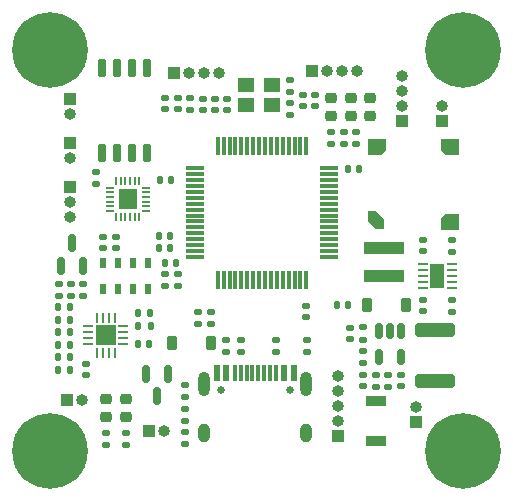
<source format=gbr>
%TF.GenerationSoftware,KiCad,Pcbnew,7.0.9*%
%TF.CreationDate,2024-03-28T09:14:24+03:00*%
%TF.ProjectId,MicroFlightController-v2,4d696372-6f46-46c6-9967-6874436f6e74,rev?*%
%TF.SameCoordinates,Original*%
%TF.FileFunction,Soldermask,Top*%
%TF.FilePolarity,Negative*%
%FSLAX46Y46*%
G04 Gerber Fmt 4.6, Leading zero omitted, Abs format (unit mm)*
G04 Created by KiCad (PCBNEW 7.0.9) date 2024-03-28 09:14:24*
%MOMM*%
%LPD*%
G01*
G04 APERTURE LIST*
G04 Aperture macros list*
%AMRoundRect*
0 Rectangle with rounded corners*
0 $1 Rounding radius*
0 $2 $3 $4 $5 $6 $7 $8 $9 X,Y pos of 4 corners*
0 Add a 4 corners polygon primitive as box body*
4,1,4,$2,$3,$4,$5,$6,$7,$8,$9,$2,$3,0*
0 Add four circle primitives for the rounded corners*
1,1,$1+$1,$2,$3*
1,1,$1+$1,$4,$5*
1,1,$1+$1,$6,$7*
1,1,$1+$1,$8,$9*
0 Add four rect primitives between the rounded corners*
20,1,$1+$1,$2,$3,$4,$5,0*
20,1,$1+$1,$4,$5,$6,$7,0*
20,1,$1+$1,$6,$7,$8,$9,0*
20,1,$1+$1,$8,$9,$2,$3,0*%
%AMOutline5P*
0 Free polygon, 5 corners , with rotation*
0 The origin of the aperture is its center*
0 number of corners: always 5*
0 $1 to $10 corner X, Y*
0 $11 Rotation angle, in degrees counterclockwise*
0 create outline with 5 corners*
4,1,5,$1,$2,$3,$4,$5,$6,$7,$8,$9,$10,$1,$2,$11*%
%AMOutline6P*
0 Free polygon, 6 corners , with rotation*
0 The origin of the aperture is its center*
0 number of corners: always 6*
0 $1 to $12 corner X, Y*
0 $13 Rotation angle, in degrees counterclockwise*
0 create outline with 6 corners*
4,1,6,$1,$2,$3,$4,$5,$6,$7,$8,$9,$10,$11,$12,$1,$2,$13*%
%AMOutline7P*
0 Free polygon, 7 corners , with rotation*
0 The origin of the aperture is its center*
0 number of corners: always 7*
0 $1 to $14 corner X, Y*
0 $15 Rotation angle, in degrees counterclockwise*
0 create outline with 7 corners*
4,1,7,$1,$2,$3,$4,$5,$6,$7,$8,$9,$10,$11,$12,$13,$14,$1,$2,$15*%
%AMOutline8P*
0 Free polygon, 8 corners , with rotation*
0 The origin of the aperture is its center*
0 number of corners: always 8*
0 $1 to $16 corner X, Y*
0 $17 Rotation angle, in degrees counterclockwise*
0 create outline with 8 corners*
4,1,8,$1,$2,$3,$4,$5,$6,$7,$8,$9,$10,$11,$12,$13,$14,$15,$16,$1,$2,$17*%
G04 Aperture macros list end*
%ADD10R,1.000000X1.000000*%
%ADD11O,1.000000X1.000000*%
%ADD12R,0.254000X0.812800*%
%ADD13R,0.812800X0.254000*%
%ADD14R,1.752600X1.752600*%
%ADD15C,0.800000*%
%ADD16C,6.400000*%
%ADD17RoundRect,0.140000X0.170000X-0.140000X0.170000X0.140000X-0.170000X0.140000X-0.170000X-0.140000X0*%
%ADD18RoundRect,0.225000X-0.225000X-0.375000X0.225000X-0.375000X0.225000X0.375000X-0.225000X0.375000X0*%
%ADD19RoundRect,0.135000X-0.185000X0.135000X-0.185000X-0.135000X0.185000X-0.135000X0.185000X0.135000X0*%
%ADD20RoundRect,0.140000X-0.170000X0.140000X-0.170000X-0.140000X0.170000X-0.140000X0.170000X0.140000X0*%
%ADD21RoundRect,0.135000X0.185000X-0.135000X0.185000X0.135000X-0.185000X0.135000X-0.185000X-0.135000X0*%
%ADD22R,1.700000X0.900000*%
%ADD23RoundRect,0.135000X-0.135000X-0.185000X0.135000X-0.185000X0.135000X0.185000X-0.135000X0.185000X0*%
%ADD24RoundRect,0.140000X-0.140000X-0.170000X0.140000X-0.170000X0.140000X0.170000X-0.140000X0.170000X0*%
%ADD25C,0.650000*%
%ADD26R,0.600000X1.450000*%
%ADD27R,0.300000X1.450000*%
%ADD28O,1.000000X2.100000*%
%ADD29O,1.000000X1.600000*%
%ADD30RoundRect,0.150000X0.150000X-0.650000X0.150000X0.650000X-0.150000X0.650000X-0.150000X-0.650000X0*%
%ADD31RoundRect,0.135000X0.135000X0.185000X-0.135000X0.185000X-0.135000X-0.185000X0.135000X-0.185000X0*%
%ADD32RoundRect,0.075000X-0.075000X0.700000X-0.075000X-0.700000X0.075000X-0.700000X0.075000X0.700000X0*%
%ADD33RoundRect,0.075000X-0.700000X0.075000X-0.700000X-0.075000X0.700000X-0.075000X0.700000X0.075000X0*%
%ADD34RoundRect,0.140000X0.140000X0.170000X-0.140000X0.170000X-0.140000X-0.170000X0.140000X-0.170000X0*%
%ADD35RoundRect,0.150000X-0.150000X0.587500X-0.150000X-0.587500X0.150000X-0.587500X0.150000X0.587500X0*%
%ADD36R,3.400000X0.980000*%
%ADD37RoundRect,0.218750X0.256250X-0.218750X0.256250X0.218750X-0.256250X0.218750X-0.256250X-0.218750X0*%
%ADD38RoundRect,0.062500X-0.350000X-0.062500X0.350000X-0.062500X0.350000X0.062500X-0.350000X0.062500X0*%
%ADD39R,1.200000X2.000000*%
%ADD40RoundRect,0.250000X1.450000X-0.312500X1.450000X0.312500X-1.450000X0.312500X-1.450000X-0.312500X0*%
%ADD41RoundRect,0.147500X0.172500X-0.147500X0.172500X0.147500X-0.172500X0.147500X-0.172500X-0.147500X0*%
%ADD42RoundRect,0.218750X-0.256250X0.218750X-0.256250X-0.218750X0.256250X-0.218750X0.256250X0.218750X0*%
%ADD43Outline6P,-0.762000X0.000000X-0.112000X0.650000X0.762000X0.650000X0.762000X0.000000X0.112000X-0.650000X-0.762000X-0.650000X90.000000*%
%ADD44Outline5P,-0.762000X0.650000X0.762000X0.650000X0.762000X-0.260000X0.372000X-0.650000X-0.762000X-0.650000X0.000000*%
%ADD45Outline5P,-0.762000X0.260000X-0.372000X0.650000X0.762000X0.650000X0.762000X-0.650000X-0.762000X-0.650000X0.000000*%
%ADD46Outline5P,-0.762000X0.650000X0.762000X0.650000X0.762000X-0.650000X-0.372000X-0.650000X-0.762000X-0.260000X0.000000*%
%ADD47R,0.203200X0.660400*%
%ADD48R,0.660400X0.203200*%
%ADD49R,1.600200X1.752600*%
%ADD50R,1.400000X1.200000*%
%ADD51RoundRect,0.150000X-0.150000X0.512500X-0.150000X-0.512500X0.150000X-0.512500X0.150000X0.512500X0*%
%ADD52R,0.550000X0.950000*%
%ADD53RoundRect,0.150000X0.150000X-0.587500X0.150000X0.587500X-0.150000X0.587500X-0.150000X-0.587500X0*%
G04 APERTURE END LIST*
D10*
%TO.C,J8*%
X160825000Y-87075000D03*
D11*
X160825000Y-85805000D03*
X160825000Y-84535000D03*
X160825000Y-83265000D03*
%TD*%
D12*
%TO.C,U7*%
X134974998Y-106650000D03*
X135474999Y-106650000D03*
X135974999Y-106650000D03*
X136475000Y-106650000D03*
D13*
X137198199Y-105926801D03*
X137198199Y-105426800D03*
X137198199Y-104926800D03*
X137198199Y-104426799D03*
D12*
X136475000Y-103703600D03*
X135974999Y-103703600D03*
X135474999Y-103703600D03*
X134974998Y-103703600D03*
D13*
X134251799Y-104426799D03*
X134251799Y-104926800D03*
X134251799Y-105426800D03*
X134251799Y-105926801D03*
D14*
X135724999Y-105176800D03*
%TD*%
D15*
%TO.C,REF\u002A\u002A*%
X163600000Y-81000000D03*
X164302944Y-79302944D03*
X164302944Y-82697056D03*
X166000000Y-78600000D03*
D16*
X166000000Y-81000000D03*
D15*
X166000000Y-83400000D03*
X167697056Y-79302944D03*
X167697056Y-82697056D03*
X168400000Y-81000000D03*
%TD*%
D17*
%TO.C,C25*%
X165020000Y-98110000D03*
X165020000Y-97150000D03*
%TD*%
D18*
%TO.C,D1*%
X141300000Y-105875000D03*
X144600000Y-105875000D03*
%TD*%
D19*
%TO.C,R29*%
X154825000Y-87975000D03*
X154825000Y-88995000D03*
%TD*%
D20*
%TO.C,C2*%
X145925000Y-105595000D03*
X145925000Y-106555000D03*
%TD*%
D21*
%TO.C,R12*%
X142400000Y-110440000D03*
X142400000Y-109420000D03*
%TD*%
%TO.C,R4*%
X150140000Y-106590000D03*
X150140000Y-105570000D03*
%TD*%
D22*
%TO.C,SW1*%
X158640000Y-114160000D03*
X158640000Y-110760000D03*
%TD*%
D23*
%TO.C,R18*%
X138450000Y-103300000D03*
X139470000Y-103300000D03*
%TD*%
D19*
%TO.C,R3*%
X158570000Y-108530000D03*
X158570000Y-109550000D03*
%TD*%
D21*
%TO.C,R27*%
X133825000Y-101835000D03*
X133825000Y-100815000D03*
%TD*%
D24*
%TO.C,C5*%
X140290000Y-92020000D03*
X141250000Y-92020000D03*
%TD*%
D17*
%TO.C,C7*%
X145975000Y-86100000D03*
X145975000Y-85140000D03*
%TD*%
D18*
%TO.C,D2*%
X157802500Y-102640000D03*
X161102500Y-102640000D03*
%TD*%
D10*
%TO.C,J7*%
X153175000Y-82790000D03*
D11*
X154445000Y-82790000D03*
X155715000Y-82790000D03*
X156985000Y-82790000D03*
%TD*%
D17*
%TO.C,C8*%
X152700000Y-103645000D03*
X152700000Y-102685000D03*
%TD*%
D25*
%TO.C,J1*%
X145500000Y-109840000D03*
X151280000Y-109840000D03*
D26*
X145140000Y-108395000D03*
X145940000Y-108395000D03*
D27*
X147140000Y-108395000D03*
X148140000Y-108395000D03*
X148640000Y-108395000D03*
X149640000Y-108395000D03*
D26*
X150840000Y-108395000D03*
X151640000Y-108395000D03*
X151640000Y-108395000D03*
X150840000Y-108395000D03*
D27*
X150140000Y-108395000D03*
X149140000Y-108395000D03*
X147640000Y-108395000D03*
X146640000Y-108395000D03*
D26*
X145940000Y-108395000D03*
X145140000Y-108395000D03*
D28*
X144070000Y-109310000D03*
D29*
X144070000Y-113490000D03*
D28*
X152710000Y-109310000D03*
D29*
X152710000Y-113490000D03*
%TD*%
D15*
%TO.C,REF\u002A\u002A*%
X163600000Y-115000000D03*
X164302944Y-113302944D03*
X164302944Y-116697056D03*
X166000000Y-112600000D03*
D16*
X166000000Y-115000000D03*
D15*
X166000000Y-117400000D03*
X167697056Y-113302944D03*
X167697056Y-116697056D03*
X168400000Y-115000000D03*
%TD*%
D21*
%TO.C,R15*%
X157510000Y-105540000D03*
X157510000Y-104520000D03*
%TD*%
D19*
%TO.C,R8*%
X141800000Y-100025000D03*
X141800000Y-101045000D03*
%TD*%
D20*
%TO.C,C17*%
X134860000Y-91370000D03*
X134860000Y-92330000D03*
%TD*%
D17*
%TO.C,C3*%
X157510000Y-109510000D03*
X157510000Y-108550000D03*
%TD*%
D20*
%TO.C,C10*%
X153475000Y-84800000D03*
X153475000Y-85760000D03*
%TD*%
D30*
%TO.C,U4*%
X135390000Y-89725000D03*
X136660000Y-89725000D03*
X137930000Y-89725000D03*
X139200000Y-89725000D03*
X139200000Y-82525000D03*
X137930000Y-82525000D03*
X136660000Y-82525000D03*
X135390000Y-82525000D03*
%TD*%
D20*
%TO.C,C19*%
X140775000Y-85095000D03*
X140775000Y-86055000D03*
%TD*%
D31*
%TO.C,R19*%
X132660000Y-105975000D03*
X131640000Y-105975000D03*
%TD*%
D23*
%TO.C,R16*%
X138490000Y-104425000D03*
X139510000Y-104425000D03*
%TD*%
D32*
%TO.C,U1*%
X152700000Y-89115000D03*
X152200000Y-89115000D03*
X151700000Y-89115000D03*
X151200000Y-89115000D03*
X150700000Y-89115000D03*
X150200000Y-89115000D03*
X149700000Y-89115000D03*
X149200000Y-89115000D03*
X148700000Y-89115000D03*
X148200000Y-89115000D03*
X147700000Y-89115000D03*
X147200000Y-89115000D03*
X146700000Y-89115000D03*
X146200000Y-89115000D03*
X145700000Y-89115000D03*
X145200000Y-89115000D03*
D33*
X143275000Y-91040000D03*
X143275000Y-91540000D03*
X143275000Y-92040000D03*
X143275000Y-92540000D03*
X143275000Y-93040000D03*
X143275000Y-93540000D03*
X143275000Y-94040000D03*
X143275000Y-94540000D03*
X143275000Y-95040000D03*
X143275000Y-95540000D03*
X143275000Y-96040000D03*
X143275000Y-96540000D03*
X143275000Y-97040000D03*
X143275000Y-97540000D03*
X143275000Y-98040000D03*
X143275000Y-98540000D03*
D32*
X145200000Y-100465000D03*
X145700000Y-100465000D03*
X146200000Y-100465000D03*
X146700000Y-100465000D03*
X147200000Y-100465000D03*
X147700000Y-100465000D03*
X148200000Y-100465000D03*
X148700000Y-100465000D03*
X149200000Y-100465000D03*
X149700000Y-100465000D03*
X150200000Y-100465000D03*
X150700000Y-100465000D03*
X151200000Y-100465000D03*
X151700000Y-100465000D03*
X152200000Y-100465000D03*
X152700000Y-100465000D03*
D33*
X154625000Y-98540000D03*
X154625000Y-98040000D03*
X154625000Y-97540000D03*
X154625000Y-97040000D03*
X154625000Y-96540000D03*
X154625000Y-96040000D03*
X154625000Y-95540000D03*
X154625000Y-95040000D03*
X154625000Y-94540000D03*
X154625000Y-94040000D03*
X154625000Y-93540000D03*
X154625000Y-93040000D03*
X154625000Y-92540000D03*
X154625000Y-92040000D03*
X154625000Y-91540000D03*
X154625000Y-91040000D03*
%TD*%
D34*
%TO.C,C29*%
X132655000Y-102825000D03*
X131695000Y-102825000D03*
%TD*%
D23*
%TO.C,R20*%
X131640000Y-107050000D03*
X132660000Y-107050000D03*
%TD*%
D10*
%TO.C,J10*%
X161975000Y-112550000D03*
D11*
X161975000Y-111280000D03*
%TD*%
D10*
%TO.C,J6*%
X141465000Y-83000000D03*
D11*
X142735000Y-83000000D03*
X144005000Y-83000000D03*
X145275000Y-83000000D03*
%TD*%
D19*
%TO.C,R10*%
X142420000Y-111400000D03*
X142420000Y-112420000D03*
%TD*%
D17*
%TO.C,C16*%
X135500000Y-97805000D03*
X135500000Y-96845000D03*
%TD*%
D35*
%TO.C,Q1*%
X141030000Y-108470000D03*
X139130000Y-108470000D03*
X140080000Y-110345000D03*
%TD*%
D36*
%TO.C,L2*%
X159300000Y-97765000D03*
X159300000Y-100135000D03*
%TD*%
D37*
%TO.C,D5*%
X154825000Y-86650000D03*
X154825000Y-85075000D03*
%TD*%
D38*
%TO.C,U6*%
X162585000Y-99165000D03*
X162585000Y-99665000D03*
X162585000Y-100165000D03*
X162585000Y-100665000D03*
X162585000Y-101165000D03*
X165010000Y-101165000D03*
X165010000Y-100665000D03*
X165010000Y-100165000D03*
X165010000Y-99665000D03*
X165010000Y-99165000D03*
D39*
X163797500Y-100165000D03*
%TD*%
D19*
%TO.C,R14*%
X157510000Y-106530000D03*
X157510000Y-107550000D03*
%TD*%
D40*
%TO.C,L3*%
X163590000Y-109037500D03*
X163590000Y-104762500D03*
%TD*%
D37*
%TO.C,D7*%
X158075000Y-86650000D03*
X158075000Y-85075000D03*
%TD*%
D21*
%TO.C,R5*%
X144600000Y-104210000D03*
X144600000Y-103190000D03*
%TD*%
D17*
%TO.C,C4*%
X151350000Y-84560000D03*
X151350000Y-83600000D03*
%TD*%
D19*
%TO.C,R9*%
X140750000Y-100025000D03*
X140750000Y-101045000D03*
%TD*%
D15*
%TO.C,REF\u002A\u002A*%
X128600000Y-81000000D03*
X129302944Y-79302944D03*
X129302944Y-82697056D03*
X131000000Y-78600000D03*
D16*
X131000000Y-81000000D03*
D15*
X131000000Y-83400000D03*
X132697056Y-79302944D03*
X132697056Y-82697056D03*
X133400000Y-81000000D03*
%TD*%
D10*
%TO.C,J3*%
X139410000Y-113320000D03*
D11*
X140680000Y-113320000D03*
%TD*%
D24*
%TO.C,C18*%
X140730000Y-99050000D03*
X141690000Y-99050000D03*
%TD*%
D41*
%TO.C,L1*%
X152715000Y-106565000D03*
X152715000Y-105595000D03*
%TD*%
D42*
%TO.C,D4*%
X135770000Y-110562500D03*
X135770000Y-112137500D03*
%TD*%
D43*
%TO.C,U8*%
X158625000Y-95450000D03*
D44*
X158725000Y-89250000D03*
D45*
X164825000Y-95550000D03*
D46*
X164825000Y-89250000D03*
%TD*%
D10*
%TO.C,J2*%
X155380000Y-113680000D03*
D11*
X155380000Y-112410000D03*
X155380000Y-111140000D03*
X155380000Y-109870000D03*
X155380000Y-108600000D03*
%TD*%
D17*
%TO.C,C23*%
X156420000Y-105490000D03*
X156420000Y-104530000D03*
%TD*%
D34*
%TO.C,C9*%
X157160000Y-91080000D03*
X156200000Y-91080000D03*
%TD*%
D19*
%TO.C,R23*%
X135770000Y-113450000D03*
X135770000Y-114470000D03*
%TD*%
D10*
%TO.C,J5*%
X132675000Y-88905000D03*
D11*
X132675000Y-90175000D03*
%TD*%
D20*
%TO.C,C21*%
X162590000Y-102200000D03*
X162590000Y-103160000D03*
%TD*%
D19*
%TO.C,R31*%
X156900000Y-87955000D03*
X156900000Y-88975000D03*
%TD*%
D37*
%TO.C,D6*%
X156450000Y-86650000D03*
X156450000Y-85075000D03*
%TD*%
D10*
%TO.C,J9*%
X132450000Y-110675000D03*
D11*
X133720000Y-110675000D03*
%TD*%
D21*
%TO.C,R26*%
X132800000Y-101845000D03*
X132800000Y-100825000D03*
%TD*%
D31*
%TO.C,R17*%
X132700000Y-103850000D03*
X131680000Y-103850000D03*
%TD*%
D19*
%TO.C,R22*%
X137410000Y-113420000D03*
X137410000Y-114440000D03*
%TD*%
%TO.C,R11*%
X142440000Y-113390000D03*
X142440000Y-114410000D03*
%TD*%
D24*
%TO.C,C6*%
X140225000Y-97775000D03*
X141185000Y-97775000D03*
%TD*%
D10*
%TO.C,J11*%
X132660000Y-85200000D03*
D11*
X132660000Y-86470000D03*
%TD*%
D19*
%TO.C,R6*%
X143540000Y-103180000D03*
X143540000Y-104200000D03*
%TD*%
D20*
%TO.C,C13*%
X144950000Y-85140000D03*
X144950000Y-86100000D03*
%TD*%
%TO.C,C20*%
X160690000Y-108530000D03*
X160690000Y-109490000D03*
%TD*%
D19*
%TO.C,R24*%
X131750000Y-100800000D03*
X131750000Y-101820000D03*
%TD*%
D20*
%TO.C,C28*%
X134025000Y-107575000D03*
X134025000Y-108535000D03*
%TD*%
D21*
%TO.C,R2*%
X147140000Y-106590000D03*
X147140000Y-105570000D03*
%TD*%
D15*
%TO.C,REF\u002A\u002A*%
X128600000Y-115000000D03*
X129302944Y-113302944D03*
X129302944Y-116697056D03*
X131000000Y-112600000D03*
D16*
X131000000Y-115000000D03*
D15*
X131000000Y-117400000D03*
X132697056Y-113302944D03*
X132697056Y-116697056D03*
X133400000Y-115000000D03*
%TD*%
D10*
%TO.C,J4*%
X132700000Y-92610000D03*
D11*
X132700000Y-93880000D03*
X132700000Y-95150000D03*
%TD*%
D17*
%TO.C,C24*%
X162570000Y-98050000D03*
X162570000Y-97090000D03*
%TD*%
D24*
%TO.C,C26*%
X155300000Y-102600000D03*
X156260000Y-102600000D03*
%TD*%
D20*
%TO.C,C1*%
X141855000Y-85095000D03*
X141855000Y-86055000D03*
%TD*%
D47*
%TO.C,U9*%
X138570001Y-92146000D03*
X138169999Y-92146000D03*
X137770000Y-92146000D03*
X137370000Y-92146000D03*
X136970001Y-92146000D03*
X136569999Y-92146000D03*
D48*
X136046000Y-92669999D03*
X136046000Y-93070001D03*
X136046000Y-93470000D03*
X136046000Y-93870000D03*
X136046000Y-94269999D03*
X136046000Y-94670001D03*
D47*
X136569999Y-95194000D03*
X136970001Y-95194000D03*
X137370000Y-95194000D03*
X137770000Y-95194000D03*
X138169999Y-95194000D03*
X138570001Y-95194000D03*
D48*
X139094000Y-94670001D03*
X139094000Y-94269999D03*
X139094000Y-93870000D03*
X139094000Y-93470000D03*
X139094000Y-93070001D03*
X139094000Y-92669999D03*
D49*
X137570000Y-93670000D03*
%TD*%
D50*
%TO.C,Y1*%
X149775000Y-83975000D03*
X147575000Y-83975000D03*
X147575000Y-85675000D03*
X149775000Y-85675000D03*
%TD*%
D20*
%TO.C,C14*%
X143925000Y-85135000D03*
X143925000Y-86095000D03*
%TD*%
D21*
%TO.C,R7*%
X151350000Y-86520000D03*
X151350000Y-85500000D03*
%TD*%
D42*
%TO.C,D3*%
X137400000Y-110555000D03*
X137400000Y-112130000D03*
%TD*%
D17*
%TO.C,C15*%
X136550000Y-97780000D03*
X136550000Y-96820000D03*
%TD*%
D24*
%TO.C,C27*%
X138445000Y-105900000D03*
X139405000Y-105900000D03*
%TD*%
D21*
%TO.C,R1*%
X142885000Y-86105000D03*
X142885000Y-85085000D03*
%TD*%
D10*
%TO.C,J12*%
X164175000Y-87050000D03*
D11*
X164175000Y-85780000D03*
%TD*%
D20*
%TO.C,C12*%
X152450000Y-84800000D03*
X152450000Y-85760000D03*
%TD*%
D34*
%TO.C,C11*%
X141180000Y-96775000D03*
X140220000Y-96775000D03*
%TD*%
D19*
%TO.C,R13*%
X159630000Y-108520000D03*
X159630000Y-109540000D03*
%TD*%
D51*
%TO.C,U5*%
X160740000Y-104782500D03*
X159790000Y-104782500D03*
X158840000Y-104782500D03*
X158840000Y-107057500D03*
X160740000Y-107057500D03*
%TD*%
D31*
%TO.C,R21*%
X132670000Y-108100000D03*
X131650000Y-108100000D03*
%TD*%
D23*
%TO.C,R25*%
X131665000Y-104925000D03*
X132685000Y-104925000D03*
%TD*%
D52*
%TO.C,U3*%
X139275000Y-99100000D03*
X138025000Y-99100000D03*
X136775000Y-99100000D03*
X135525000Y-99100000D03*
X135525000Y-101250000D03*
X136775000Y-101250000D03*
X138025000Y-101250000D03*
X139275000Y-101250000D03*
%TD*%
D17*
%TO.C,C22*%
X165020000Y-103170000D03*
X165020000Y-102210000D03*
%TD*%
D53*
%TO.C,Q2*%
X131925000Y-99275000D03*
X133825000Y-99275000D03*
X132875000Y-97400000D03*
%TD*%
D19*
%TO.C,R30*%
X155875000Y-87975000D03*
X155875000Y-88995000D03*
%TD*%
M02*

</source>
